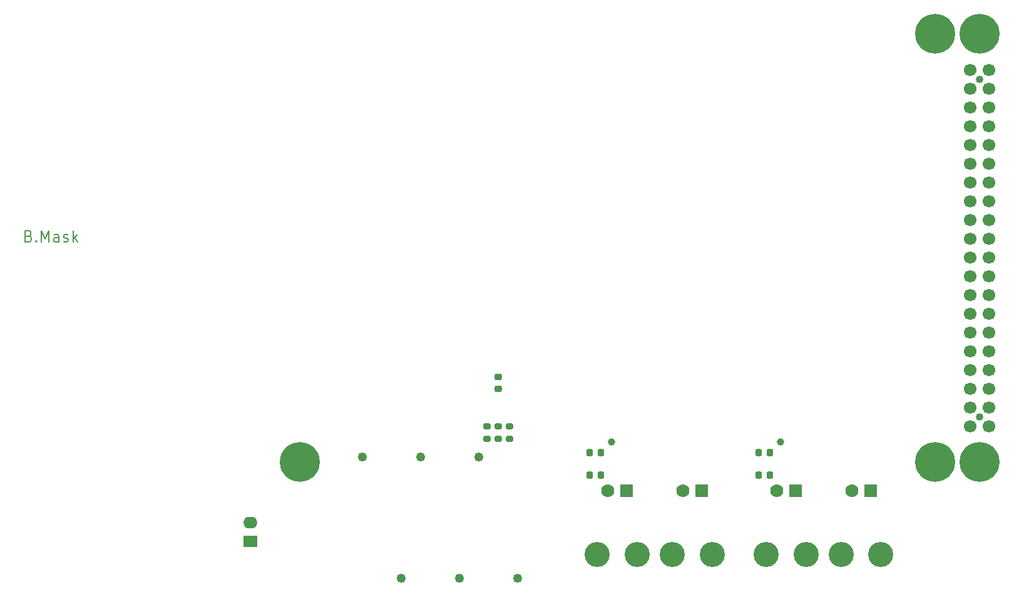
<source format=gbr>
%TF.GenerationSoftware,KiCad,Pcbnew,8.0.3-8.0.3-0~ubuntu22.04.1*%
%TF.CreationDate,2024-07-14T15:19:43-07:00*%
%TF.ProjectId,NX-IndicatorBoard,4e582d49-6e64-4696-9361-746f72426f61,2*%
%TF.SameCoordinates,Original*%
%TF.FileFunction,Soldermask,Bot*%
%TF.FilePolarity,Negative*%
%FSLAX46Y46*%
G04 Gerber Fmt 4.6, Leading zero omitted, Abs format (unit mm)*
G04 Created by KiCad (PCBNEW 8.0.3-8.0.3-0~ubuntu22.04.1) date 2024-07-14 15:19:43*
%MOMM*%
%LPD*%
G01*
G04 APERTURE LIST*
G04 Aperture macros list*
%AMRoundRect*
0 Rectangle with rounded corners*
0 $1 Rounding radius*
0 $2 $3 $4 $5 $6 $7 $8 $9 X,Y pos of 4 corners*
0 Add a 4 corners polygon primitive as box body*
4,1,4,$2,$3,$4,$5,$6,$7,$8,$9,$2,$3,0*
0 Add four circle primitives for the rounded corners*
1,1,$1+$1,$2,$3*
1,1,$1+$1,$4,$5*
1,1,$1+$1,$6,$7*
1,1,$1+$1,$8,$9*
0 Add four rect primitives between the rounded corners*
20,1,$1+$1,$2,$3,$4,$5,0*
20,1,$1+$1,$4,$5,$6,$7,0*
20,1,$1+$1,$6,$7,$8,$9,0*
20,1,$1+$1,$8,$9,$2,$3,0*%
G04 Aperture macros list end*
%ADD10C,0.187500*%
%ADD11C,1.250000*%
%ADD12C,1.000000*%
%ADD13C,1.020000*%
%ADD14C,1.700000*%
%ADD15C,3.400000*%
%ADD16R,1.778000X1.778000*%
%ADD17C,1.778000*%
%ADD18C,5.400000*%
%ADD19RoundRect,0.225000X-0.225000X-0.250000X0.225000X-0.250000X0.225000X0.250000X-0.225000X0.250000X0*%
%ADD20R,1.905000X1.600200*%
%ADD21O,1.905000X1.600200*%
%ADD22RoundRect,0.200000X0.275000X-0.200000X0.275000X0.200000X-0.275000X0.200000X-0.275000X-0.200000X0*%
%ADD23RoundRect,0.225000X0.250000X-0.225000X0.250000X0.225000X-0.250000X0.225000X-0.250000X-0.225000X0*%
G04 APERTURE END LIST*
D10*
X29377697Y-78395964D02*
X29591983Y-78467392D01*
X29591983Y-78467392D02*
X29663412Y-78538821D01*
X29663412Y-78538821D02*
X29734840Y-78681678D01*
X29734840Y-78681678D02*
X29734840Y-78895964D01*
X29734840Y-78895964D02*
X29663412Y-79038821D01*
X29663412Y-79038821D02*
X29591983Y-79110250D01*
X29591983Y-79110250D02*
X29449126Y-79181678D01*
X29449126Y-79181678D02*
X28877697Y-79181678D01*
X28877697Y-79181678D02*
X28877697Y-77681678D01*
X28877697Y-77681678D02*
X29377697Y-77681678D01*
X29377697Y-77681678D02*
X29520555Y-77753107D01*
X29520555Y-77753107D02*
X29591983Y-77824535D01*
X29591983Y-77824535D02*
X29663412Y-77967392D01*
X29663412Y-77967392D02*
X29663412Y-78110250D01*
X29663412Y-78110250D02*
X29591983Y-78253107D01*
X29591983Y-78253107D02*
X29520555Y-78324535D01*
X29520555Y-78324535D02*
X29377697Y-78395964D01*
X29377697Y-78395964D02*
X28877697Y-78395964D01*
X30377697Y-79038821D02*
X30449126Y-79110250D01*
X30449126Y-79110250D02*
X30377697Y-79181678D01*
X30377697Y-79181678D02*
X30306269Y-79110250D01*
X30306269Y-79110250D02*
X30377697Y-79038821D01*
X30377697Y-79038821D02*
X30377697Y-79181678D01*
X31091983Y-79181678D02*
X31091983Y-77681678D01*
X31091983Y-77681678D02*
X31591983Y-78753107D01*
X31591983Y-78753107D02*
X32091983Y-77681678D01*
X32091983Y-77681678D02*
X32091983Y-79181678D01*
X33449127Y-79181678D02*
X33449127Y-78395964D01*
X33449127Y-78395964D02*
X33377698Y-78253107D01*
X33377698Y-78253107D02*
X33234841Y-78181678D01*
X33234841Y-78181678D02*
X32949127Y-78181678D01*
X32949127Y-78181678D02*
X32806269Y-78253107D01*
X33449127Y-79110250D02*
X33306269Y-79181678D01*
X33306269Y-79181678D02*
X32949127Y-79181678D01*
X32949127Y-79181678D02*
X32806269Y-79110250D01*
X32806269Y-79110250D02*
X32734841Y-78967392D01*
X32734841Y-78967392D02*
X32734841Y-78824535D01*
X32734841Y-78824535D02*
X32806269Y-78681678D01*
X32806269Y-78681678D02*
X32949127Y-78610250D01*
X32949127Y-78610250D02*
X33306269Y-78610250D01*
X33306269Y-78610250D02*
X33449127Y-78538821D01*
X34091984Y-79110250D02*
X34234841Y-79181678D01*
X34234841Y-79181678D02*
X34520555Y-79181678D01*
X34520555Y-79181678D02*
X34663412Y-79110250D01*
X34663412Y-79110250D02*
X34734841Y-78967392D01*
X34734841Y-78967392D02*
X34734841Y-78895964D01*
X34734841Y-78895964D02*
X34663412Y-78753107D01*
X34663412Y-78753107D02*
X34520555Y-78681678D01*
X34520555Y-78681678D02*
X34306270Y-78681678D01*
X34306270Y-78681678D02*
X34163412Y-78610250D01*
X34163412Y-78610250D02*
X34091984Y-78467392D01*
X34091984Y-78467392D02*
X34091984Y-78395964D01*
X34091984Y-78395964D02*
X34163412Y-78253107D01*
X34163412Y-78253107D02*
X34306270Y-78181678D01*
X34306270Y-78181678D02*
X34520555Y-78181678D01*
X34520555Y-78181678D02*
X34663412Y-78253107D01*
X35377698Y-79181678D02*
X35377698Y-77681678D01*
X35520556Y-78610250D02*
X35949127Y-79181678D01*
X35949127Y-78181678D02*
X35377698Y-78753107D01*
D11*
%TO.C,LP1*%
X79736000Y-124734000D03*
X74536000Y-108334000D03*
%TD*%
D12*
%TO.C,TP1*%
X108204000Y-106299000D03*
%TD*%
D13*
%TO.C,J1*%
X158000000Y-102860000D03*
X158000000Y-57140000D03*
D14*
X159270000Y-104130000D03*
X156730000Y-104130000D03*
X159270000Y-101590000D03*
X156730000Y-101590000D03*
X159270000Y-99050000D03*
X156730000Y-99050000D03*
X159270000Y-96510000D03*
X156730000Y-96510000D03*
X159270000Y-93970000D03*
X156730000Y-93970000D03*
X159270000Y-91430000D03*
X156730000Y-91430000D03*
X159270000Y-88890000D03*
X156730000Y-88890000D03*
X159270000Y-86350000D03*
X156730000Y-86350000D03*
X159270000Y-83810000D03*
X156730000Y-83810000D03*
X159270000Y-81270000D03*
X156730000Y-81270000D03*
X159270000Y-78730000D03*
X156730000Y-78730000D03*
X159270000Y-76190000D03*
X156730000Y-76190000D03*
X159270000Y-73650000D03*
X156730000Y-73650000D03*
X159270000Y-71110000D03*
X156730000Y-71110000D03*
X159270000Y-68570000D03*
X156730000Y-68570000D03*
X159270000Y-66030000D03*
X156730000Y-66030000D03*
X159270000Y-63490000D03*
X156730000Y-63490000D03*
X159270000Y-60950000D03*
X156730000Y-60950000D03*
X159270000Y-58410000D03*
X156730000Y-58410000D03*
X159270000Y-55870000D03*
X156730000Y-55870000D03*
%TD*%
D15*
%TO.C,J2*%
X111636000Y-121543000D03*
X106296000Y-121543000D03*
D16*
X110236000Y-112903000D03*
D17*
X107696000Y-112903000D03*
%TD*%
D11*
%TO.C,LP2*%
X87610000Y-124734000D03*
X82410000Y-108334000D03*
%TD*%
D12*
%TO.C,TP2*%
X131064000Y-106299000D03*
%TD*%
D18*
%TO.C,H2*%
X158000000Y-51000000D03*
%TD*%
D15*
%TO.C,J5*%
X144630600Y-121543000D03*
X139290600Y-121543000D03*
D16*
X143230600Y-112903000D03*
D17*
X140690600Y-112903000D03*
%TD*%
D18*
%TO.C,H1*%
X152000000Y-51000000D03*
%TD*%
%TO.C,H4*%
X152000000Y-109000000D03*
%TD*%
%TO.C,H3*%
X66000000Y-109000000D03*
%TD*%
%TO.C,H5*%
X158000000Y-109000000D03*
%TD*%
D15*
%TO.C,J3*%
X121796000Y-121543000D03*
X116456000Y-121543000D03*
D16*
X120396000Y-112903000D03*
D17*
X117856000Y-112903000D03*
%TD*%
D15*
%TO.C,J4*%
X134496000Y-121543000D03*
X129156000Y-121543000D03*
D16*
X133096000Y-112903000D03*
D17*
X130556000Y-112903000D03*
%TD*%
D11*
%TO.C,LP3*%
X95484000Y-124734000D03*
X90284000Y-108334000D03*
%TD*%
D19*
%TO.C,C7*%
X105219200Y-107746800D03*
X106769200Y-107746800D03*
%TD*%
D20*
%TO.C,J6*%
X59317800Y-119786400D03*
D21*
X59317800Y-117246400D03*
%TD*%
D22*
%TO.C,R8*%
X91338400Y-105854000D03*
X91338400Y-104204000D03*
%TD*%
D19*
%TO.C,C6*%
X128079200Y-107746800D03*
X129629200Y-107746800D03*
%TD*%
%TO.C,C9*%
X105219200Y-110794800D03*
X106769200Y-110794800D03*
%TD*%
D22*
%TO.C,R6*%
X94386400Y-105854000D03*
X94386400Y-104204000D03*
%TD*%
D23*
%TO.C,C5*%
X92862400Y-99073000D03*
X92862400Y-97523000D03*
%TD*%
D19*
%TO.C,C8*%
X128079200Y-110794800D03*
X129629200Y-110794800D03*
%TD*%
D22*
%TO.C,R7*%
X92862400Y-105854000D03*
X92862400Y-104204000D03*
%TD*%
M02*

</source>
